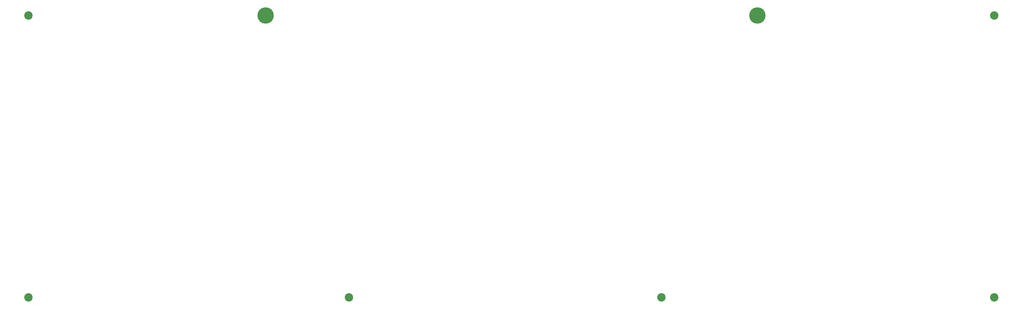
<source format=gts>
%TF.GenerationSoftware,KiCad,Pcbnew,(6.0.0-0)*%
%TF.CreationDate,2022-07-18T09:27:53+02:00*%
%TF.ProjectId,litl_base,6c69746c-5f62-4617-9365-2e6b69636164,rev?*%
%TF.SameCoordinates,Original*%
%TF.FileFunction,Soldermask,Top*%
%TF.FilePolarity,Negative*%
%FSLAX46Y46*%
G04 Gerber Fmt 4.6, Leading zero omitted, Abs format (unit mm)*
G04 Created by KiCad (PCBNEW (6.0.0-0)) date 2022-07-18 09:27:53*
%MOMM*%
%LPD*%
G01*
G04 APERTURE LIST*
%ADD10C,2.200000*%
%ADD11C,4.300000*%
G04 APERTURE END LIST*
D10*
%TO.C,REF\u002A\u002A*%
X276950000Y-64462500D03*
%TD*%
%TO.C,REF\u002A\u002A*%
X23875000Y-138475000D03*
%TD*%
%TO.C,REF\u002A\u002A*%
X107854100Y-138475000D03*
%TD*%
D11*
%TO.C,REF\u002A\u002A*%
X214875000Y-64462500D03*
%TD*%
%TO.C,REF\u002A\u002A*%
X85950000Y-64462500D03*
%TD*%
D10*
%TO.C,REF\u002A\u002A*%
X276950000Y-138475000D03*
%TD*%
%TO.C,REF\u002A\u002A*%
X189720800Y-138475000D03*
%TD*%
%TO.C,REF\u002A\u002A*%
X23875000Y-64462500D03*
%TD*%
M02*

</source>
